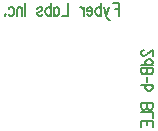
<source format=gbo>
G04 DipTrace 2.4.0.2*
%IN2dB-bBLE.gbo*%
%MOIN*%
%ADD66C,0.0062*%
%FSLAX44Y44*%
G04*
G70*
G90*
G75*
G01*
%LNBotSilk*%
%LPD*%
X10298Y9810D2*
D66*
X10497D1*
Y9408D1*
Y9619D2*
X10374D1*
X10183Y9676D2*
X10092Y9408D1*
X10122Y9332D1*
X10153Y9293D1*
X10183Y9274D1*
X10199D1*
X10000Y9676D2*
X10092Y9408D1*
X9901Y9810D2*
Y9408D1*
Y9619D2*
X9870Y9657D1*
X9840Y9676D1*
X9794D1*
X9763Y9657D1*
X9733Y9619D1*
X9717Y9561D1*
Y9523D1*
X9733Y9466D1*
X9763Y9428D1*
X9794Y9408D1*
X9840D1*
X9870Y9428D1*
X9901Y9466D1*
X9619Y9561D2*
X9435D1*
Y9600D1*
X9450Y9638D1*
X9465Y9657D1*
X9496Y9676D1*
X9542D1*
X9573Y9657D1*
X9603Y9619D1*
X9619Y9561D1*
Y9523D1*
X9603Y9466D1*
X9573Y9428D1*
X9542Y9408D1*
X9496D1*
X9465Y9428D1*
X9435Y9466D1*
X9336Y9676D2*
Y9408D1*
Y9561D2*
X9321Y9619D1*
X9290Y9657D1*
X9259Y9676D1*
X9213D1*
X8804Y9810D2*
Y9408D1*
X8620D1*
X8338Y9676D2*
Y9408D1*
Y9619D2*
X8368Y9657D1*
X8399Y9676D1*
X8444D1*
X8475Y9657D1*
X8506Y9619D1*
X8521Y9561D1*
Y9523D1*
X8506Y9466D1*
X8475Y9428D1*
X8444Y9408D1*
X8399D1*
X8368Y9428D1*
X8338Y9466D1*
X8239Y9810D2*
Y9408D1*
Y9619D2*
X8208Y9657D1*
X8178Y9676D1*
X8132D1*
X8101Y9657D1*
X8070Y9619D1*
X8055Y9561D1*
Y9523D1*
X8070Y9466D1*
X8101Y9428D1*
X8132Y9408D1*
X8178D1*
X8208Y9428D1*
X8239Y9466D1*
X7788Y9619D2*
X7803Y9657D1*
X7849Y9676D1*
X7895D1*
X7941Y9657D1*
X7956Y9619D1*
X7941Y9581D1*
X7910Y9561D1*
X7834Y9542D1*
X7803Y9523D1*
X7788Y9485D1*
Y9466D1*
X7803Y9428D1*
X7849Y9408D1*
X7895D1*
X7941Y9428D1*
X7956Y9466D1*
X7378Y9810D2*
Y9408D1*
X7279Y9676D2*
Y9408D1*
Y9600D2*
X7233Y9657D1*
X7203Y9676D1*
X7157D1*
X7126Y9657D1*
X7111Y9600D1*
Y9408D1*
X6828Y9619D2*
X6859Y9657D1*
X6890Y9676D1*
X6935D1*
X6966Y9657D1*
X6997Y9619D1*
X7012Y9561D1*
Y9523D1*
X6997Y9466D1*
X6966Y9428D1*
X6935Y9408D1*
X6890D1*
X6859Y9428D1*
X6828Y9466D1*
X6714Y9447D2*
X6729Y9427D1*
X6714Y9408D1*
X6699Y9427D1*
X6714Y9447D1*
X11338Y8252D2*
X11319D1*
X11280Y8237D1*
X11261Y8221D1*
X11242Y8191D1*
Y8129D1*
X11261Y8099D1*
X11280Y8084D1*
X11319Y8068D1*
X11357D1*
X11395Y8084D1*
X11452Y8114D1*
X11644Y8267D1*
Y8053D1*
X11242Y7771D2*
X11644D1*
X11433D2*
X11395Y7801D1*
X11376Y7832D1*
Y7878D1*
X11395Y7908D1*
X11433Y7939D1*
X11491Y7954D1*
X11529D1*
X11586Y7939D1*
X11624Y7908D1*
X11644Y7878D1*
Y7832D1*
X11624Y7801D1*
X11586Y7771D1*
X11242Y7672D2*
X11644D1*
Y7534D1*
X11624Y7488D1*
X11605Y7473D1*
X11567Y7457D1*
X11510D1*
X11471Y7473D1*
X11452Y7488D1*
X11433Y7534D1*
X11414Y7488D1*
X11395Y7473D1*
X11357Y7457D1*
X11318D1*
X11280Y7473D1*
X11261Y7488D1*
X11242Y7534D1*
Y7672D1*
X11433D2*
Y7534D1*
X11443Y7359D2*
Y7182D1*
X11242Y7083D2*
X11644D1*
X11433D2*
X11395Y7052D1*
X11376Y7022D1*
Y6976D1*
X11395Y6945D1*
X11433Y6915D1*
X11491Y6899D1*
X11529D1*
X11586Y6915D1*
X11624Y6945D1*
X11644Y6976D1*
Y7022D1*
X11624Y7052D1*
X11586Y7083D1*
X11242Y6489D2*
X11644D1*
Y6351D1*
X11624Y6305D1*
X11605Y6290D1*
X11567Y6275D1*
X11510D1*
X11471Y6290D1*
X11452Y6305D1*
X11433Y6351D1*
X11414Y6305D1*
X11395Y6290D1*
X11357Y6275D1*
X11318D1*
X11280Y6290D1*
X11261Y6305D1*
X11242Y6351D1*
Y6489D1*
X11433D2*
Y6351D1*
X11242Y6176D2*
X11644D1*
Y5993D1*
X11242Y5695D2*
Y5894D1*
X11644D1*
Y5695D1*
X11433Y5894D2*
Y5771D1*
M02*

</source>
